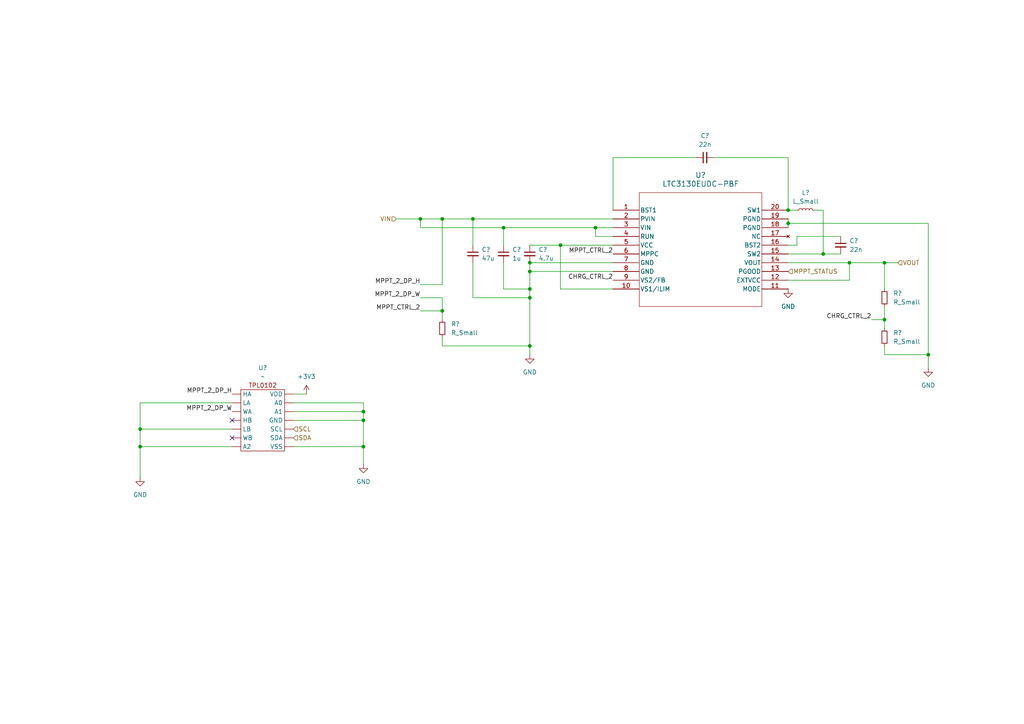
<source format=kicad_sch>
(kicad_sch (version 20231120) (generator "eeschema") (generator_version "8.0")
  (paper "A4")
  (lib_symbols
    (symbol "Device:C_Small" (pin_numbers hide) (pin_names (offset 0.254) hide)
      (property "Reference" "C" (at 0.254 1.778 0))
      (property "Value" "C_Small" (at 0.254 -2.032 0))
      (symbol "C_Small_0_1"
        (polyline (pts (xy -1.524 -0.508) (xy 1.524 -0.508)) (stroke (width 0.3302)))
        (polyline (pts (xy -1.524 0.508) (xy 1.524 0.508)) (stroke (width 0.3048)))
      )
      (symbol "C_Small_1_1"
        (pin passive line (at 0 2.54 270) (length 2.032) (name "~") (number "1"))
        (pin passive line (at 0 -2.54 90) (length 2.032) (name "~") (number "2"))
      )
    )
    (symbol "Device:L_Small" (pin_numbers hide) (pin_names (offset 0.254) hide)
      (property "Reference" "L" (at 0.762 1.016 0))
      (property "Value" "L_Small" (at 0.762 -1.016 0))
      (symbol "L_Small_0_1"
        (arc (start 0 -2.032) (mid 0.5058 -1.524) (end 0 -1.016))
        (arc (start 0 -1.016) (mid 0.5058 -0.508) (end 0 0))
        (arc (start 0 0) (mid 0.5058 0.508) (end 0 1.016))
        (arc (start 0 1.016) (mid 0.5058 1.524) (end 0 2.032))
      )
      (symbol "L_Small_1_1"
        (pin passive line (at 0 2.54 270) (length 0.508) (name "~") (number "1"))
        (pin passive line (at 0 -2.54 90) (length 0.508) (name "~") (number "2"))
      )
    )
    (symbol "Device:R_Small" (pin_numbers hide) (pin_names (offset 0.254) hide)
      (property "Reference" "R" (at 0.762 0.508 0))
      (property "Value" "R_Small" (at 0.762 -1.016 0))
      (symbol "R_Small_0_1"
        (rectangle (start -0.762 1.778) (end 0.762 -1.778) (stroke (width 0.2032)))
      )
      (symbol "R_Small_1_1"
        (pin passive line (at 0 2.54 270) (length 0.762) (name "~") (number "1"))
        (pin passive line (at 0 -2.54 90) (length 0.762) (name "~") (number "2"))
      )
    )
    (symbol "LTC3130:LTC3130EUDC-PBF" (pin_names (offset 0.254))
      (property "Reference" "U" (at 25.4 10.16 0))
      (property "Value" "LTC3130EUDC-PBF" (at 25.4 7.62 0))
      (symbol "LTC3130EUDC-PBF_0_1"
        (polyline (pts (xy 7.62 -27.94) (xy 43.18 -27.94)) (stroke (width 0.127)))
        (polyline (pts (xy 7.62 5.08) (xy 7.62 -27.94)) (stroke (width 0.127)))
        (polyline (pts (xy 43.18 -27.94) (xy 43.18 5.08)) (stroke (width 0.127)))
        (polyline (pts (xy 43.18 5.08) (xy 7.62 5.08)) (stroke (width 0.127)))
        (pin unspecified line (at 0 0 0) (length 7.62) (name "BST1") (number "1"))
        (pin bidirectional line (at 0 -22.86 0) (length 7.62) (name "VS1/ILIM") (number "10"))
        (pin unspecified line (at 50.8 -22.86 180) (length 7.62) (name "MODE") (number "11"))
        (pin input line (at 50.8 -20.32 180) (length 7.62) (name "EXTVCC") (number "12"))
        (pin output line (at 50.8 -17.78 180) (length 7.62) (name "PGOOD") (number "13"))
        (pin output line (at 50.8 -15.24 180) (length 7.62) (name "VOUT") (number "14"))
        (pin unspecified line (at 50.8 -12.7 180) (length 7.62) (name "SW2") (number "15"))
        (pin unspecified line (at 50.8 -10.16 180) (length 7.62) (name "BST2") (number "16"))
        (pin no_connect line (at 50.8 -7.62 180) (length 7.62) (name "NC") (number "17"))
        (pin power_out line (at 50.8 -5.08 180) (length 7.62) (name "PGND") (number "18"))
        (pin power_out line (at 50.8 -2.54 180) (length 7.62) (name "PGND") (number "19"))
        (pin input line (at 0 -2.54 0) (length 7.62) (name "PVIN") (number "2"))
        (pin unspecified line (at 50.8 0 180) (length 7.62) (name "SW1") (number "20"))
        (pin input line (at 0 -5.08 0) (length 7.62) (name "VIN") (number "3"))
        (pin input line (at 0 -7.62 0) (length 7.62) (name "RUN") (number "4"))
        (pin power_in line (at 0 -10.16 0) (length 7.62) (name "VCC") (number "5"))
        (pin unspecified line (at 0 -12.7 0) (length 7.62) (name "MPPC") (number "6"))
        (pin power_out line (at 0 -15.24 0) (length 7.62) (name "GND") (number "7"))
        (pin power_out line (at 0 -17.78 0) (length 7.62) (name "GND") (number "8"))
        (pin bidirectional line (at 0 -20.32 0) (length 7.62) (name "VS2/FB") (number "9"))
      )
    )
    (symbol "power:+3V3" (power) (pin_numbers hide) (pin_names (offset 0) hide)
      (property "Value" "+3V3" (at 0 3.556 0))
      (symbol "+3V3_0_1"
        (polyline (pts (xy -0.762 1.27) (xy 0 2.54)))
        (polyline (pts (xy 0 0) (xy 0 2.54)))
        (polyline (pts (xy 0 2.54) (xy 0.762 1.27)))
      )
      (symbol "+3V3_1_1"
        (pin power_in line (at 0 0 90) (length 0) (name "~") (number "1"))
      )
    )
    (symbol "power:GND" (power) (pin_numbers hide) (pin_names (offset 0) hide)
      (property "Value" "GND" (at 0 -3.81 0))
      (symbol "GND_0_1"
        (polyline (pts (xy 0 0) (xy 0 -1.27) (xy 1.27 -1.27) (xy 0 -2.54) (xy -1.27 -1.27) (xy 0 -1.27)))
      )
      (symbol "GND_1_1"
        (pin power_in line (at 0 0 270) (length 0) (name "~") (number "1"))
      )
    )
    (symbol "power_board_symbols:TPL0102"
      (property "Reference" "U" (at 0 0 0))
      (symbol "TPL0102_0_1"
        (rectangle (start -6.35 8.89) (end 6.35 -8.89))
      )
      (symbol "TPL0102_1_1"
        (text "TPL0102" (at 0 10.16 0) (effects (font (size 1.27 1.27))))
        (pin input line (at 8.89 5.08 180) (length 2.54) (name "A0") (number ""))
        (pin input line (at 8.89 2.54 180) (length 2.54) (name "A1") (number ""))
        (pin output line (at -8.89 -7.62 0) (length 2.54) (name "A2") (number ""))
        (pin input line (at 8.89 0 180) (length 2.54) (name "GND") (number ""))
        (pin input line (at -8.89 7.62 0) (length 2.54) (name "HA") (number ""))
        (pin input line (at -8.89 0 0) (length 2.54) (name "HB") (number ""))
        (pin output line (at -8.89 5.08 0) (length 2.54) (name "LA") (number ""))
        (pin output line (at -8.89 -2.54 0) (length 2.54) (name "LB") (number ""))
        (pin input line (at 8.89 -2.54 180) (length 2.54) (name "SCL") (number ""))
        (pin output line (at 8.89 -5.08 180) (length 2.54) (name "SDA") (number ""))
        (pin input line (at 8.89 7.62 180) (length 2.54) (name "VDD") (number ""))
        (pin input line (at 8.89 -7.62 180) (length 2.54) (name "VSS") (number ""))
        (pin output line (at -8.89 2.54 0) (length 2.54) (name "WA") (number ""))
        (pin output line (at -8.89 -5.08 0) (length 2.54) (name "WB") (number ""))
      )
    )
  )
  (junction (at 40.64 129.54))
  (junction (at 105.41 119.38))
  (junction (at 269.24 102.87))
  (junction (at 228.6 64.77))
  (junction (at 256.54 92.71))
  (junction (at 153.67 100.33))
  (junction (at 146.05 66.04))
  (junction (at 172.72 66.04))
  (junction (at 105.41 121.92))
  (junction (at 153.67 78.74))
  (junction (at 153.67 83.82))
  (junction (at 228.6 60.96))
  (junction (at 256.54 76.2))
  (junction (at 40.64 124.46))
  (junction (at 246.38 76.2))
  (junction (at 121.92 63.5))
  (junction (at 238.76 73.66))
  (junction (at 128.27 90.17))
  (junction (at 137.16 63.5))
  (junction (at 153.67 86.36))
  (junction (at 153.67 76.2))
  (junction (at 128.27 63.5))
  (junction (at 105.41 129.54))
  (junction (at 162.56 71.12))
  (no_connect (at 67.31 127))
  (no_connect (at 67.31 121.92))
  (wire (pts (xy 105.41 129.54) (xy 105.41 134.62)))
  (wire (pts (xy 162.56 83.82) (xy 162.56 71.12)))
  (wire (pts (xy 146.05 76.2) (xy 146.05 83.82)))
  (wire (pts (xy 172.72 68.58) (xy 172.72 66.04)))
  (wire (pts (xy 177.8 45.72) (xy 177.8 60.96)))
  (wire (pts (xy 121.92 66.04) (xy 121.92 63.5)))
  (wire (pts (xy 238.76 60.96) (xy 236.22 60.96)))
  (wire (pts (xy 105.41 119.38) (xy 105.41 121.92)))
  (wire (pts (xy 228.6 64.77) (xy 269.24 64.77)))
  (wire (pts (xy 256.54 76.2) (xy 256.54 83.82)))
  (wire (pts (xy 128.27 100.33) (xy 153.67 100.33)))
  (wire (pts (xy 40.64 124.46) (xy 67.31 124.46)))
  (wire (pts (xy 85.09 119.38) (xy 105.41 119.38)))
  (wire (pts (xy 128.27 63.5) (xy 128.27 82.55)))
  (wire (pts (xy 238.76 73.66) (xy 238.76 60.96)))
  (wire (pts (xy 201.93 45.72) (xy 177.8 45.72)))
  (wire (pts (xy 137.16 63.5) (xy 177.8 63.5)))
  (wire (pts (xy 85.09 121.92) (xy 105.41 121.92)))
  (wire (pts (xy 243.84 68.58) (xy 231.14 68.58)))
  (wire (pts (xy 128.27 90.17) (xy 128.27 92.71)))
  (wire (pts (xy 146.05 83.82) (xy 153.67 83.82)))
  (wire (pts (xy 128.27 97.79) (xy 128.27 100.33)))
  (wire (pts (xy 137.16 71.12) (xy 137.16 63.5)))
  (wire (pts (xy 40.64 116.84) (xy 67.31 116.84)))
  (wire (pts (xy 256.54 102.87) (xy 269.24 102.87)))
  (wire (pts (xy 85.09 116.84) (xy 105.41 116.84)))
  (wire (pts (xy 256.54 88.9) (xy 256.54 92.71)))
  (wire (pts (xy 246.38 81.28) (xy 246.38 76.2)))
  (wire (pts (xy 128.27 63.5) (xy 137.16 63.5)))
  (wire (pts (xy 269.24 102.87) (xy 269.24 106.68)))
  (wire (pts (xy 121.92 82.55) (xy 128.27 82.55)))
  (wire (pts (xy 121.92 66.04) (xy 146.05 66.04)))
  (wire (pts (xy 146.05 66.04) (xy 172.72 66.04)))
  (wire (pts (xy 105.41 121.92) (xy 105.41 129.54)))
  (wire (pts (xy 153.67 78.74) (xy 177.8 78.74)))
  (wire (pts (xy 146.05 71.12) (xy 146.05 66.04)))
  (wire (pts (xy 162.56 71.12) (xy 177.8 71.12)))
  (wire (pts (xy 231.14 68.58) (xy 231.14 71.12)))
  (wire (pts (xy 207.01 45.72) (xy 228.6 45.72)))
  (wire (pts (xy 153.67 71.12) (xy 162.56 71.12)))
  (wire (pts (xy 128.27 86.36) (xy 128.27 90.17)))
  (wire (pts (xy 121.92 86.36) (xy 128.27 86.36)))
  (wire (pts (xy 153.67 86.36) (xy 153.67 100.33)))
  (wire (pts (xy 153.67 76.2) (xy 177.8 76.2)))
  (wire (pts (xy 256.54 76.2) (xy 260.35 76.2)))
  (wire (pts (xy 252.73 92.71) (xy 256.54 92.71)))
  (wire (pts (xy 246.38 76.2) (xy 256.54 76.2)))
  (wire (pts (xy 228.6 64.77) (xy 228.6 66.04)))
  (wire (pts (xy 121.92 90.17) (xy 128.27 90.17)))
  (wire (pts (xy 246.38 76.2) (xy 228.6 76.2)))
  (wire (pts (xy 243.84 73.66) (xy 238.76 73.66)))
  (wire (pts (xy 256.54 92.71) (xy 256.54 95.25)))
  (wire (pts (xy 269.24 64.77) (xy 269.24 102.87)))
  (wire (pts (xy 177.8 83.82) (xy 162.56 83.82)))
  (wire (pts (xy 85.09 129.54) (xy 105.41 129.54)))
  (wire (pts (xy 153.67 83.82) (xy 153.67 78.74)))
  (wire (pts (xy 177.8 68.58) (xy 172.72 68.58)))
  (wire (pts (xy 40.64 129.54) (xy 40.64 124.46)))
  (wire (pts (xy 228.6 45.72) (xy 228.6 60.96)))
  (wire (pts (xy 153.67 100.33) (xy 153.67 102.87)))
  (wire (pts (xy 121.92 63.5) (xy 128.27 63.5)))
  (wire (pts (xy 40.64 124.46) (xy 40.64 116.84)))
  (wire (pts (xy 153.67 86.36) (xy 153.67 83.82)))
  (wire (pts (xy 105.41 116.84) (xy 105.41 119.38)))
  (wire (pts (xy 228.6 63.5) (xy 228.6 64.77)))
  (wire (pts (xy 85.09 114.3) (xy 88.9 114.3)))
  (wire (pts (xy 228.6 73.66) (xy 238.76 73.66)))
  (wire (pts (xy 231.14 71.12) (xy 228.6 71.12)))
  (wire (pts (xy 137.16 86.36) (xy 153.67 86.36)))
  (wire (pts (xy 40.64 129.54) (xy 67.31 129.54)))
  (wire (pts (xy 114.935 63.5) (xy 121.92 63.5)))
  (wire (pts (xy 153.67 78.74) (xy 153.67 76.2)))
  (wire (pts (xy 172.72 66.04) (xy 177.8 66.04)))
  (wire (pts (xy 231.14 60.96) (xy 228.6 60.96)))
  (wire (pts (xy 228.6 81.28) (xy 246.38 81.28)))
  (wire (pts (xy 40.64 138.43) (xy 40.64 129.54)))
  (wire (pts (xy 137.16 76.2) (xy 137.16 86.36)))
  (wire (pts (xy 256.54 100.33) (xy 256.54 102.87)))
  (label "MPPT_CTRL_2" (at 121.92 90.17 180))
  (label "CHRG_CTRL_2" (at 252.73 92.71 180))
  (label "MPPT_2_DP_H" (at 67.31 114.3 180))
  (label "MPPT_CTRL_2" (at 177.8 73.66 180))
  (label "CHRG_CTRL_2" (at 177.8 81.28 180))
  (label "MPPT_2_DP_W" (at 121.92 86.36 180))
  (label "MPPT_2_DP_H" (at 121.92 82.55 180))
  (label "MPPT_2_DP_W" (at 67.31 119.38 180))
  (hierarchical_label "SDA" (shape input) (at 85.09 127 0))
  (hierarchical_label "MPPT_STATUS" (shape input) (at 228.6 78.74 0))
  (hierarchical_label "VOUT" (shape input) (at 260.35 76.2 0))
  (hierarchical_label "VIN" (shape input) (at 114.935 63.5 180))
  (hierarchical_label "SCL" (shape input) (at 85.09 124.46 0))
  (symbol (lib_id "Device:C_Small") (at 153.67 73.66 0) (unit 1)
    (property "Reference" "C?" (at 156.21 72.3962 0) (effects (justify left)))
    (property "Value" "4.7u" (at 156.21 74.9362 0) (effects (justify left)))
    (property "Description" "Unpolarized capacitor, small symbol" (effects (hide yes)))
  )
  (symbol (lib_id "Device:C_Small") (at 243.84 71.12 0) (unit 1)
    (property "Reference" "C?" (at 246.38 69.8562 0) (effects (justify left)))
    (property "Value" "22n" (at 246.38 72.3962 0) (effects (justify left)))
    (property "Description" "Unpolarized capacitor, small symbol" (effects (hide yes)))
  )
  (symbol (lib_id "power_board_symbols:TPL0102") (at 76.2 121.92 0) (unit 1)
    (property "Reference" "U?" (at 76.2 106.68 0))
    (property "Value" "~" (at 76.2 109.22 0))
  )
  (symbol (lib_id "Device:C_Small") (at 146.05 73.66 0) (unit 1)
    (property "Reference" "C?" (at 148.59 72.3962 0) (effects (justify left)))
    (property "Value" "1u" (at 148.59 74.9362 0) (effects (justify left)))
    (property "Description" "Unpolarized capacitor, small symbol" (effects (hide yes)))
  )
  (symbol (lib_id "LTC3130:LTC3130EUDC-PBF") (at 177.8 60.96 0) (unit 1)
    (property "Reference" "U?" (at 203.2 50.8 0) (effects (font (size 1.524 1.524))))
    (property "Value" "LTC3130EUDC-PBF" (at 203.2 53.34 0) (effects (font (size 1.524 1.524))))
    (property "Footprint" "UDC_20_ADI" (effects (hide yes)))
    (property "Datasheet" "LTC3130EUDC-PBF" (effects (hide yes)))
  )
  (symbol (lib_id "Device:R_Small") (at 256.54 97.79 0) (unit 1)
    (property "Reference" "R?" (at 259.08 96.5199 0) (effects (justify left)))
    (property "Value" "R_Small" (at 259.08 99.0599 0) (effects (justify left)))
    (property "Description" "Resistor, small symbol" (effects (hide yes)))
  )
  (symbol (lib_id "power:GND") (at 153.67 102.87 0) (unit 1)
    (property "Reference" "#PWR040" (effects (hide yes)))
    (property "Value" "GND" (at 153.67 107.95 0))
    (property "Description" "Power symbol creates a global label with name \"GND\" , ground" (effects (hide yes)))
  )
  (symbol (lib_id "power:GND") (at 105.41 134.62 0) (unit 1)
    (property "Reference" "#PWR043" (effects (hide yes)))
    (property "Value" "GND" (at 105.41 139.7 0))
    (property "Description" "Power symbol creates a global label with name \"GND\" , ground" (effects (hide yes)))
  )
  (symbol (lib_id "power:+3V3") (at 88.9 114.3 0) (unit 1)
    (property "Reference" "#PWR042" (effects (hide yes)))
    (property "Value" "+3V3" (at 88.9 109.22 0))
    (property "Description" "Power symbol creates a global label with name \"+3V3\"" (effects (hide yes)))
  )
  (symbol (lib_id "Device:C_Small") (at 204.47 45.72 90) (unit 1)
    (property "Reference" "C?" (at 204.4763 39.37 90))
    (property "Value" "22n" (at 204.4763 41.91 90))
    (property "Description" "Unpolarized capacitor, small symbol" (effects (hide yes)))
  )
  (symbol (lib_id "power:GND") (at 40.64 138.43 0) (unit 1)
    (property "Reference" "#PWR044" (effects (hide yes)))
    (property "Value" "GND" (at 40.64 143.51 0))
    (property "Description" "Power symbol creates a global label with name \"GND\" , ground" (effects (hide yes)))
  )
  (symbol (lib_id "Device:L_Small") (at 233.68 60.96 90) (unit 1)
    (property "Reference" "L?" (at 233.68 55.88 90))
    (property "Value" "L_Small" (at 233.68 58.42 90))
    (property "Description" "Inductor, small symbol" (effects (hide yes)))
  )
  (symbol (lib_id "Device:R_Small") (at 128.27 95.25 0) (unit 1)
    (property "Reference" "R?" (at 130.81 93.9799 0) (effects (justify left)))
    (property "Value" "R_Small" (at 130.81 96.5199 0) (effects (justify left)))
    (property "Description" "Resistor, small symbol" (effects (hide yes)))
  )
  (symbol (lib_id "Device:R_Small") (at 256.54 86.36 0) (unit 1)
    (property "Reference" "R?" (at 259.08 85.0899 0) (effects (justify left)))
    (property "Value" "R_Small" (at 259.08 87.6299 0) (effects (justify left)))
    (property "Description" "Resistor, small symbol" (effects (hide yes)))
  )
  (symbol (lib_id "power:GND") (at 269.24 106.68 0) (unit 1)
    (property "Reference" "#PWR041" (effects (hide yes)))
    (property "Value" "GND" (at 269.24 111.76 0))
    (property "Description" "Power symbol creates a global label with name \"GND\" , ground" (effects (hide yes)))
  )
  (symbol (lib_id "Device:C_Small") (at 137.16 73.66 0) (unit 1)
    (property "Reference" "C?" (at 139.7 72.3962 0) (effects (justify left)))
    (property "Value" "47u" (at 139.7 74.9362 0) (effects (justify left)))
    (property "Description" "Unpolarized capacitor, small symbol" (effects (hide yes)))
  )
  (symbol (lib_id "power:GND") (at 228.6 83.82 0) (unit 1)
    (property "Reference" "#PWR037" (effects (hide yes)))
    (property "Value" "GND" (at 228.6 88.9 0))
    (property "Description" "Power symbol creates a global label with name \"GND\" , ground" (effects (hide yes)))
  )
)
</source>
